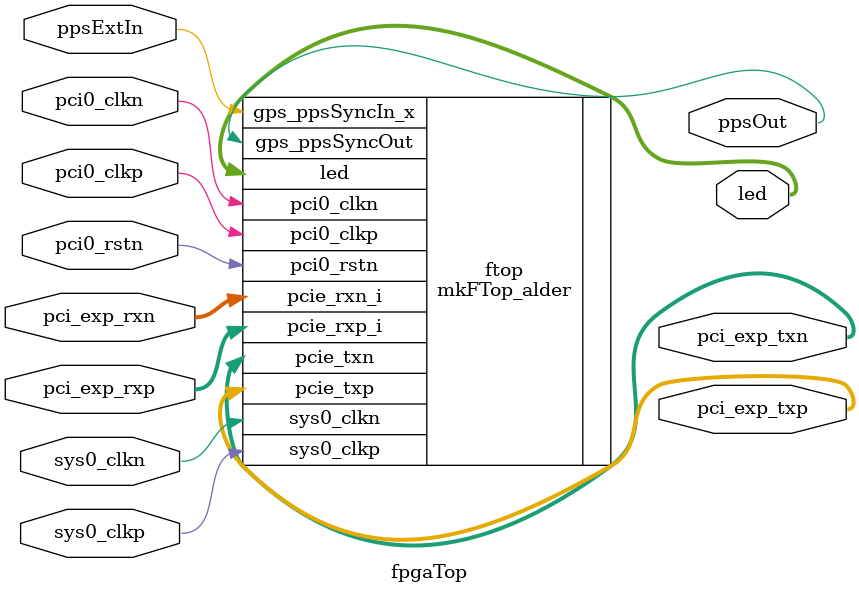
<source format=v>

module fpgaTop(
  input  wire        sys0_clkp,     // sys0 Clock +
  input  wire        sys0_clkn,     // sys0 Clock -
  input  wire        pci0_clkp,     // PCIe Clock +
  input  wire        pci0_clkn,     // PCIe Clock -
  input  wire        pci0_rstn,     // PCIe Reset
  output wire [7:0]  pci_exp_txp,   // PCIe lanes...
  output wire [7:0]  pci_exp_txn,
  input  wire [7:0]  pci_exp_rxp,
  input  wire [7:0]  pci_exp_rxn,
  output wire [2:0]  led,            // LEDs ml555
  input  wire        ppsExtIn,       // PPS in
  output wire        ppsOut          // PPS out
);

// Instance and connect mkFTop...
 mkFTop_alder ftop(
  .sys0_clkp         (sys0_clkp),
  .sys0_clkn         (sys0_clkn),
  .pci0_clkp         (pci0_clkp),
  .pci0_clkn         (pci0_clkn),
  .pci0_rstn         (pci0_rstn),
  .pcie_rxp_i        (pci_exp_rxp),
  .pcie_rxn_i        (pci_exp_rxn),
  .pcie_txp          (pci_exp_txp),
  .pcie_txn          (pci_exp_txn),
  .led               (led),
  .gps_ppsSyncIn_x   (ppsExtIn),
  .gps_ppsSyncOut    (ppsOut) 
);

endmodule

</source>
